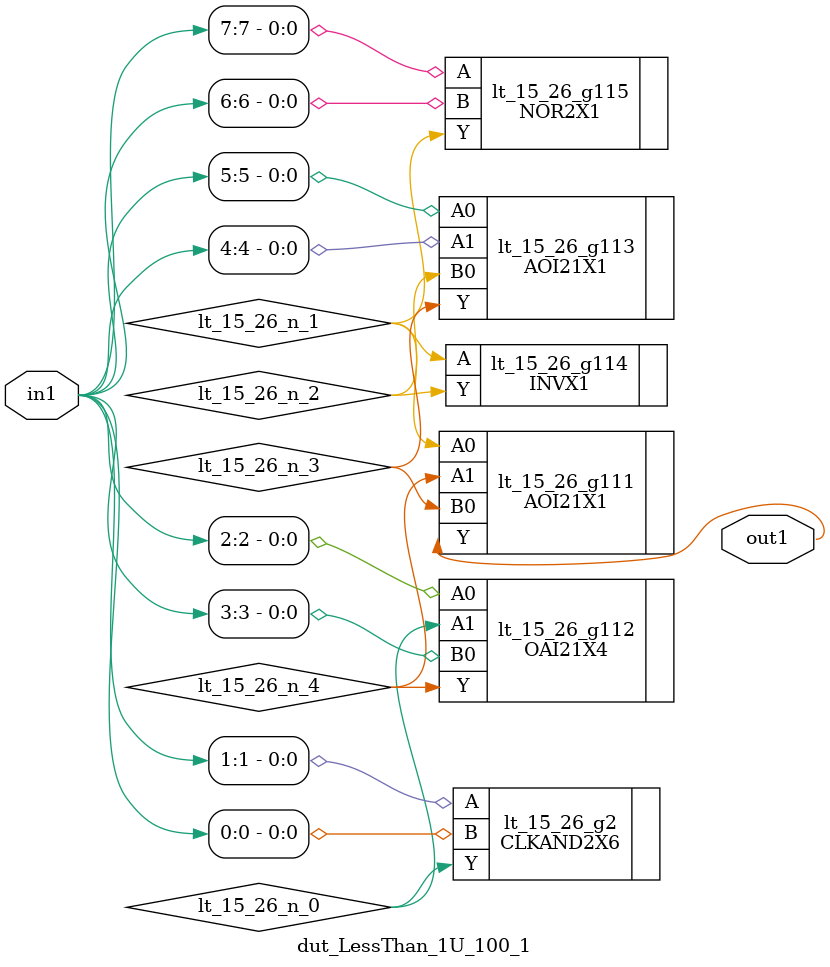
<source format=v>
`timescale 1ps / 1ps


module dut_LessThan_1U_100_1(in1, out1);
  input [7:0] in1;
  output out1;
  wire [7:0] in1;
  wire out1;
  wire lt_15_26_n_0, lt_15_26_n_1, lt_15_26_n_2, lt_15_26_n_3,
       lt_15_26_n_4;
  AOI21X1 lt_15_26_g111(.A0 (lt_15_26_n_1), .A1 (lt_15_26_n_4), .B0
       (lt_15_26_n_3), .Y (out1));
  OAI21X4 lt_15_26_g112(.A0 (in1[2]), .A1 (lt_15_26_n_0), .B0 (in1[3]),
       .Y (lt_15_26_n_4));
  AOI21X1 lt_15_26_g113(.A0 (in1[5]), .A1 (in1[4]), .B0 (lt_15_26_n_2),
       .Y (lt_15_26_n_3));
  INVX1 lt_15_26_g114(.A (lt_15_26_n_1), .Y (lt_15_26_n_2));
  NOR2X1 lt_15_26_g115(.A (in1[7]), .B (in1[6]), .Y (lt_15_26_n_1));
  CLKAND2X6 lt_15_26_g2(.A (in1[1]), .B (in1[0]), .Y (lt_15_26_n_0));
endmodule



</source>
